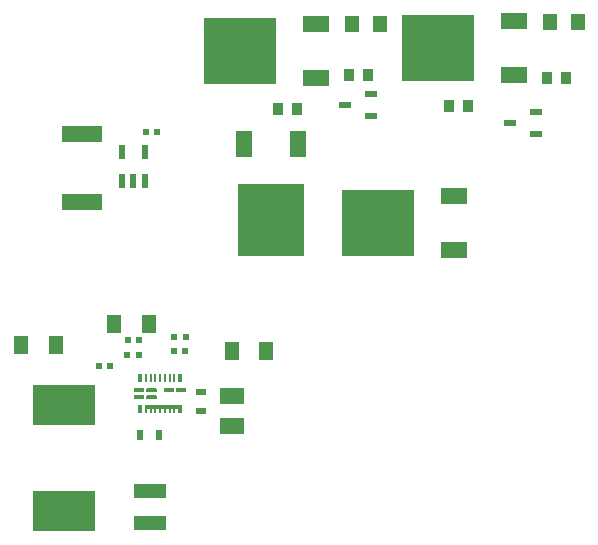
<source format=gbr>
%FSTAX23Y23*%
%MOIN*%
%SFA1B1*%

%IPPOS*%
%ADD10R,0.035430X0.039370*%
%ADD11R,0.041340X0.023620*%
%ADD16R,0.023620X0.024410*%
%ADD20R,0.047240X0.062990*%
%ADD27R,0.107090X0.048030*%
%ADD37R,0.037010X0.021260*%
%ADD57R,0.055000X0.090000*%
%ADD58R,0.224020X0.243310*%
%ADD59R,0.090000X0.055000*%
%ADD60R,0.243310X0.224020*%
%ADD61R,0.135830X0.057090*%
%ADD62R,0.045280X0.055120*%
%ADD63R,0.023620X0.047240*%
%ADD64R,0.208660X0.137400*%
%ADD66R,0.011810X0.027560*%
%ADD67R,0.007870X0.027560*%
%ADD68R,0.079130X0.054330*%
%ADD69R,0.018700X0.019680*%
%ADD70R,0.021260X0.037010*%
%LNpwr_board_final_paste_bot-1*%
%LPD*%
G36*
X01455Y00555D02*
X01455Y00555D01*
X01455Y00555*
X01456Y00555*
X01456Y00555*
X01456Y00554*
X01456Y00554*
X01456Y00553*
Y00546*
X01456Y00545*
X01456Y00545*
X01456Y00544*
X01456Y00544*
X01455Y00544*
X01455Y00544*
X01455Y00544*
X01454Y00544*
X01425*
X01424Y00544*
X01424Y00544*
X01424Y00544*
X01423Y00544*
X01423Y00544*
X01423Y00545*
X01423Y00545*
X01423Y00546*
Y00553*
X01423Y00554*
X01423Y00554*
X01423Y00555*
X01423Y00555*
X01424Y00555*
X01424Y00555*
X01424Y00555*
X01425Y00555*
X01454*
X01455Y00555*
G37*
G36*
X01413D02*
X01414Y00555D01*
X01414Y00555*
X01414Y00555*
X01415Y00555*
X01415Y00554*
X01415Y00554*
X01415Y00553*
Y00546*
X01415Y00545*
X01415Y00545*
X01415Y00544*
X01414Y00544*
X01414Y00544*
X01414Y00544*
X01413Y00544*
X01413Y00544*
X01383*
X01383Y00544*
X01383Y00544*
X01382Y00544*
X01382Y00544*
X01382Y00544*
X01382Y00545*
X01381Y00545*
X01381Y00546*
Y00553*
X01381Y00554*
X01382Y00554*
X01382Y00555*
X01382Y00555*
X01382Y00555*
X01383Y00555*
X01383Y00555*
X01383Y00555*
X01413*
X01413Y00555*
G37*
G36*
X01356D02*
X01357Y00555D01*
X01357Y00555*
X01357Y00555*
X01357Y00555*
X01358Y00554*
X01358Y00554*
X01358Y00553*
Y00546*
X01358Y00545*
X01358Y00545*
X01357Y00544*
X01357Y00544*
X01357Y00544*
X01357Y00544*
X01356Y00544*
X01356Y00544*
X01326*
X01326Y00544*
X01326Y00544*
X01325Y00544*
X01325Y00544*
X01325Y00544*
X01324Y00545*
X01324Y00545*
X01324Y00546*
Y00553*
X01324Y00554*
X01324Y00554*
X01325Y00555*
X01325Y00555*
X01325Y00555*
X01326Y00555*
X01326Y00555*
X01326Y00555*
X01356*
X01356Y00555*
G37*
G36*
X01315D02*
X01315Y00555D01*
X01316Y00555*
X01316Y00555*
X01316Y00555*
X01316Y00554*
X01316Y00554*
X01316Y00553*
Y00546*
X01316Y00545*
X01316Y00545*
X01316Y00544*
X01316Y00544*
X01316Y00544*
X01315Y00544*
X01315Y00544*
X01315Y00544*
X01285*
X01285Y00544*
X01284Y00544*
X01284Y00544*
X01284Y00544*
X01283Y00544*
X01283Y00545*
X01283Y00545*
X01283Y00546*
Y00553*
X01283Y00554*
X01283Y00554*
X01283Y00555*
X01284Y00555*
X01284Y00555*
X01284Y00555*
X01285Y00555*
X01285Y00555*
X01315*
X01315Y00555*
G37*
G36*
X01356Y00532D02*
X01357Y00532D01*
X01357Y00531*
X01357Y00531*
X01357Y00531*
X01358Y00531*
X01358Y0053*
X01358Y0053*
Y00522*
X01358Y00522*
X01358Y00521*
X01357Y00521*
X01357Y00521*
X01357Y0052*
X01357Y0052*
X01356Y0052*
X01356Y0052*
X01326*
X01326Y0052*
X01326Y0052*
X01325Y0052*
X01325Y00521*
X01325Y00521*
X01324Y00521*
X01324Y00522*
X01324Y00522*
Y0053*
X01324Y0053*
X01324Y00531*
X01325Y00531*
X01325Y00531*
X01325Y00531*
X01326Y00532*
X01326Y00532*
X01326Y00532*
X01356*
X01356Y00532*
G37*
G36*
X01315D02*
X01315Y00532D01*
X01316Y00531*
X01316Y00531*
X01316Y00531*
X01316Y00531*
X01316Y0053*
X01316Y0053*
Y00522*
X01316Y00522*
X01316Y00521*
X01316Y00521*
X01316Y00521*
X01316Y0052*
X01315Y0052*
X01315Y0052*
X01315Y0052*
X01285*
X01285Y0052*
X01284Y0052*
X01284Y0052*
X01284Y00521*
X01283Y00521*
X01283Y00521*
X01283Y00522*
X01283Y00522*
Y0053*
X01283Y0053*
X01283Y00531*
X01283Y00531*
X01284Y00531*
X01284Y00531*
X01284Y00532*
X01285Y00532*
X01285Y00532*
X01315*
X01315Y00532*
G37*
G36*
X01437Y00485D02*
X01322D01*
Y00498*
X01437*
Y00485*
G37*
G54D10*
X02333Y01495D03*
X02396D03*
X01763Y01485D03*
X01826D03*
X02721Y0159D03*
X02658D03*
X02061Y016D03*
X01998D03*
G54D11*
X02536Y0144D03*
X02623Y01402D03*
Y01477D03*
X02073Y01537D03*
Y01462D03*
X01986Y015D03*
G54D16*
X01358Y0141D03*
X01321D03*
X01298Y00715D03*
X01261D03*
X01454Y0068D03*
X01417D03*
X01203Y00628D03*
X01167D03*
G54D20*
X00907Y007D03*
X01022D03*
X01217Y0077D03*
X01331D03*
X01609Y0068D03*
X01723D03*
G54D27*
X01335Y00105D03*
Y00212D03*
G54D37*
X01505Y00542D03*
Y0048D03*
G54D57*
X0165Y01368D03*
X0183D03*
G54D58*
X0174Y01115D03*
G54D59*
X02348Y01015D03*
Y01195D03*
X02548Y0178D03*
Y016D03*
X01888Y0177D03*
Y0159D03*
G54D60*
X02095Y01105D03*
X02295Y0169D03*
X01635Y0168D03*
G54D61*
X0111Y01175D03*
Y01404D03*
G54D62*
X02668Y01775D03*
X02761D03*
X02101Y0177D03*
X02008D03*
G54D63*
X01318Y01344D03*
X01243D03*
Y01245D03*
X0128D03*
X01318D03*
G54D64*
X0105Y00145D03*
X0105Y005D03*
G54D66*
X01303Y00485D03*
X01437D03*
Y00591D03*
X01303D03*
G54D67*
X01322Y00485D03*
X01338D03*
X01354D03*
X0137D03*
X01385D03*
X01401D03*
X01417D03*
Y00591D03*
X01401D03*
X01385D03*
X0137D03*
X01354D03*
X01338D03*
X01322D03*
G54D68*
X0161Y00531D03*
Y00428D03*
G54D69*
X01415Y00725D03*
X01456D03*
X01259Y00665D03*
X013D03*
G54D70*
X01304Y004D03*
X01367D03*
M02*
</source>
